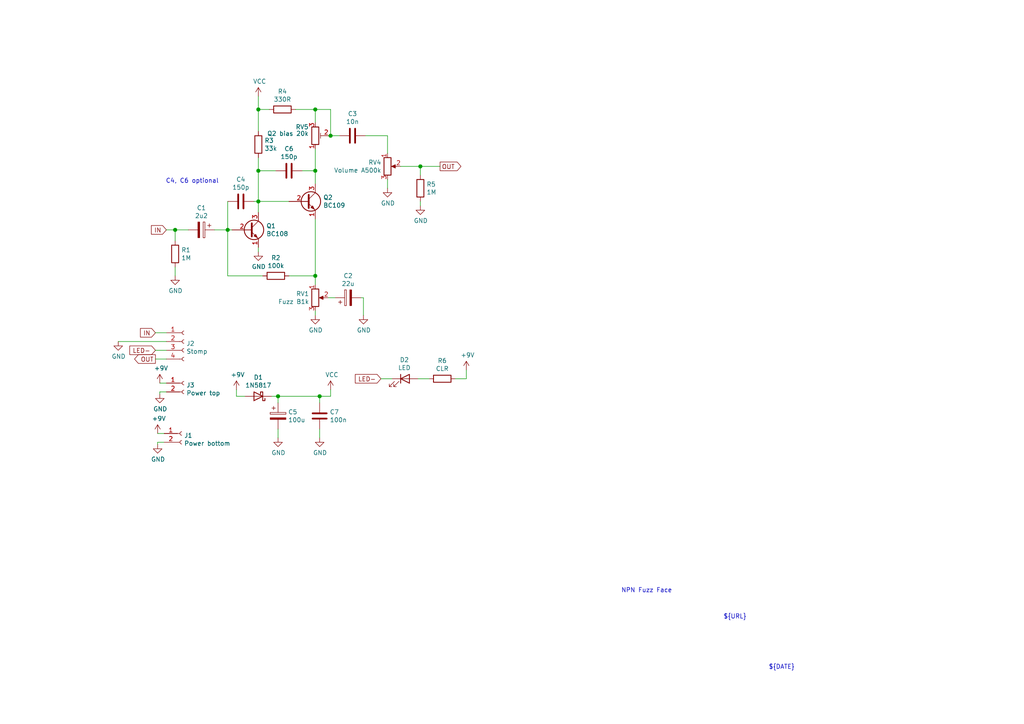
<source format=kicad_sch>
(kicad_sch (version 20200820) (host eeschema "(5.99.0-2965-g3673c2369)")
  (page 1 1)
  (paper "A4")
  (lib_symbols
    (symbol "Connector:Conn_01x02_Female" (pin_names hide)
      (property "Reference" "J" (at 0 2.54 0))
      (property "Value" "Conn_01x02_Female" (at 0 -5.08 0))
      (symbol "Conn_01x02_Female_1_1"
        (arc (start 0 -2.032) (end 0 -3.048) (radius (at 0 -2.54) (length 0.508) (angles 90.1 -90.1)) (stroke (width 0.1524)))
        (arc (start 0 0.508) (end 0 -0.508) (radius (at 0 0) (length 0.508) (angles 90.1 -90.1)) (stroke (width 0.1524)))
        (polyline (pts (xy -1.27 -2.54) (xy -0.508 -2.54)) (stroke (width 0.1524)))
        (polyline (pts (xy -1.27 0) (xy -0.508 0)) (stroke (width 0.1524)))
        (pin passive line (at -5.08 0 0) (length 3.81) (name "Pin_1") (number "1"))
        (pin passive line (at -5.08 -2.54 0) (length 3.81) (name "Pin_2") (number "2"))
      )
    )
    (symbol "Connector:Conn_01x04_Female" (pin_names hide)
      (property "Reference" "J" (at 0 5.08 0))
      (property "Value" "Conn_01x04_Female" (at 0 -7.62 0))
      (symbol "Conn_01x04_Female_1_1"
        (arc (start 0 -4.572) (end 0 -5.588) (radius (at 0 -5.08) (length 0.508) (angles 90.1 -90.1)) (stroke (width 0.1524)))
        (arc (start 0 -2.032) (end 0 -3.048) (radius (at 0 -2.54) (length 0.508) (angles 90.1 -90.1)) (stroke (width 0.1524)))
        (arc (start 0 0.508) (end 0 -0.508) (radius (at 0 0) (length 0.508) (angles 90.1 -90.1)) (stroke (width 0.1524)))
        (arc (start 0 3.048) (end 0 2.032) (radius (at 0 2.54) (length 0.508) (angles 90.1 -90.1)) (stroke (width 0.1524)))
        (polyline (pts (xy -1.27 -5.08) (xy -0.508 -5.08)) (stroke (width 0.1524)))
        (polyline (pts (xy -1.27 -2.54) (xy -0.508 -2.54)) (stroke (width 0.1524)))
        (polyline (pts (xy -1.27 0) (xy -0.508 0)) (stroke (width 0.1524)))
        (polyline (pts (xy -1.27 2.54) (xy -0.508 2.54)) (stroke (width 0.1524)))
        (pin passive line (at -5.08 2.54 0) (length 3.81) (name "Pin_1") (number "1"))
        (pin passive line (at -5.08 0 0) (length 3.81) (name "Pin_2") (number "2"))
        (pin passive line (at -5.08 -2.54 0) (length 3.81) (name "Pin_3") (number "3"))
        (pin passive line (at -5.08 -5.08 0) (length 3.81) (name "Pin_4") (number "4"))
      )
    )
    (symbol "Device:C" (pin_numbers hide) (pin_names (offset 0.254))
      (property "Reference" "C" (at 0.635 2.54 0))
      (property "Value" "C" (at 0.635 -2.54 0))
      (symbol "C_0_1"
        (polyline (pts (xy -2.032 -0.762) (xy 2.032 -0.762)) (stroke (width 0.508)))
        (polyline (pts (xy -2.032 0.762) (xy 2.032 0.762)) (stroke (width 0.508)))
      )
      (symbol "C_1_1"
        (pin passive line (at 0 3.81 270) (length 2.794) (name "~") (number "1"))
        (pin passive line (at 0 -3.81 90) (length 2.794) (name "~") (number "2"))
      )
    )
    (symbol "Device:CP" (pin_numbers hide) (pin_names (offset 0.254))
      (property "Reference" "C" (at 0.635 2.54 0))
      (property "Value" "CP" (at 0.635 -2.54 0))
      (symbol "CP_0_1"
        (rectangle (start -2.286 0.508) (end 2.286 1.016))
        (rectangle (start 2.286 -0.508) (end -2.286 -1.016) (fill (type outline)))
        (polyline (pts (xy -1.778 2.286) (xy -0.762 2.286)))
        (polyline (pts (xy -1.27 2.794) (xy -1.27 1.778)))
      )
      (symbol "CP_1_1"
        (pin passive line (at 0 3.81 270) (length 2.794) (name "~") (number "1"))
        (pin passive line (at 0 -3.81 90) (length 2.794) (name "~") (number "2"))
      )
    )
    (symbol "Device:LED" (pin_numbers hide) (pin_names hide)
      (property "Reference" "D" (at 0 2.54 0))
      (property "Value" "LED" (at 0 -2.54 0))
      (symbol "LED_0_1"
        (polyline (pts (xy -1.27 -1.27) (xy -1.27 1.27)) (stroke (width 0.254)))
        (polyline (pts (xy -1.27 0) (xy 1.27 0)))
        (polyline (pts (xy 1.27 -1.27) (xy 1.27 1.27) (xy -1.27 0) (xy 1.27 -1.27)) (stroke (width 0.254)))
        (polyline (pts (xy -3.048 -0.762) (xy -4.572 -2.286) (xy -3.81 -2.286) (xy -4.572 -2.286) (xy -4.572 -1.524)))
        (polyline (pts (xy -1.778 -0.762) (xy -3.302 -2.286) (xy -2.54 -2.286) (xy -3.302 -2.286) (xy -3.302 -1.524)))
      )
      (symbol "LED_1_1"
        (pin passive line (at -3.81 0 0) (length 2.54) (name "K") (number "1"))
        (pin passive line (at 3.81 0 180) (length 2.54) (name "A") (number "2"))
      )
    )
    (symbol "Device:R" (pin_numbers hide) (pin_names (offset 0))
      (property "Reference" "R" (at 2.032 0 90))
      (property "Value" "R" (at 0 0 90))
      (symbol "R_0_1"
        (rectangle (start -1.016 -2.54) (end 1.016 2.54) (stroke (width 0.254)))
      )
      (symbol "R_1_1"
        (pin passive line (at 0 3.81 270) (length 1.27) (name "~") (number "1"))
        (pin passive line (at 0 -3.81 90) (length 1.27) (name "~") (number "2"))
      )
    )
    (symbol "Device:R_POT" (pin_names hide)
      (property "Reference" "RV" (at -4.445 0 90))
      (property "Value" "R_POT" (at -2.54 0 90))
      (symbol "R_POT_0_1"
        (rectangle (start 1.016 2.54) (end -1.016 -2.54) (stroke (width 0.254)))
        (polyline (pts (xy 2.54 0) (xy 1.524 0)))
        (polyline (pts (xy 1.143 0) (xy 2.286 0.508) (xy 2.286 -0.508) (xy 1.143 0)) (fill (type outline)))
      )
      (symbol "R_POT_1_1"
        (pin passive line (at 0 3.81 270) (length 1.27) (name "1") (number "1"))
        (pin passive line (at 3.81 0 180) (length 1.27) (name "2") (number "2"))
        (pin passive line (at 0 -3.81 90) (length 1.27) (name "3") (number "3"))
      )
    )
    (symbol "Device:R_POT_TRIM" (pin_names hide)
      (property "Reference" "RV" (at -4.445 0 90))
      (property "Value" "R_POT_TRIM" (at -2.54 0 90))
      (symbol "R_POT_TRIM_0_1"
        (rectangle (start 1.016 2.54) (end -1.016 -2.54) (stroke (width 0.254)))
        (polyline (pts (xy 1.524 0.762) (xy 1.524 -0.762)))
        (polyline (pts (xy 2.54 0) (xy 1.524 0)))
      )
      (symbol "R_POT_TRIM_1_1"
        (pin passive line (at 0 3.81 270) (length 1.27) (name "1") (number "1"))
        (pin passive line (at 3.81 0 180) (length 1.27) (name "2") (number "2"))
        (pin passive line (at 0 -3.81 90) (length 1.27) (name "3") (number "3"))
      )
    )
    (symbol "Diode:1N5817" (pin_numbers hide) (pin_names hide)
      (property "Reference" "D" (at 0 2.54 0))
      (property "Value" "1N5817" (at 0 -2.54 0))
      (symbol "1N5817_0_1"
        (polyline (pts (xy 1.27 0) (xy -1.27 0)))
        (polyline (pts (xy 1.27 1.27) (xy 1.27 -1.27) (xy -1.27 0) (xy 1.27 1.27)) (stroke (width 0.254)))
        (polyline (pts (xy -1.905 0.635) (xy -1.905 1.27) (xy -1.27 1.27) (xy -1.27 -1.27) (xy -0.635 -1.27) (xy -0.635 -0.635)) (stroke (width 0.254)))
      )
      (symbol "1N5817_1_1"
        (pin passive line (at -3.81 0 0) (length 2.54) (name "K") (number "1"))
        (pin passive line (at 3.81 0 180) (length 2.54) (name "A") (number "2"))
      )
    )
    (symbol "Transistor_BJT:BC108" (pin_names (offset 0) hide)
      (property "Reference" "Q" (at 5.08 1.905 0))
      (property "Value" "BC108" (at 5.08 0 0))
      (symbol "BC108_0_1"
        (circle (center 1.27 0) (radius 2.8194) (stroke (width 0.254)))
        (polyline (pts (xy 0.635 0.635) (xy 2.54 2.54)))
        (polyline (pts (xy 0.635 -0.635) (xy 2.54 -2.54) (xy 2.54 -2.54)))
        (polyline (pts (xy 0.635 1.905) (xy 0.635 -1.905) (xy 0.635 -1.905)) (stroke (width 0.508)))
        (polyline (pts (xy 1.27 -1.778) (xy 1.778 -1.27) (xy 2.286 -2.286) (xy 1.27 -1.778) (xy 1.27 -1.778)) (fill (type outline)))
      )
      (symbol "BC108_1_1"
        (pin passive line (at 2.54 -5.08 90) (length 2.54) (name "E") (number "1"))
        (pin input line (at -5.08 0 0) (length 5.715) (name "B") (number "2"))
        (pin passive line (at 2.54 5.08 270) (length 2.54) (name "C") (number "3"))
      )
    )
    (symbol "Transistor_BJT:BC109" (pin_names (offset 0) hide)
      (property "Reference" "Q" (at 5.08 1.905 0))
      (property "Value" "BC109" (at 5.08 0 0))
      (symbol "BC109_0_1"
        (circle (center 1.27 0) (radius 2.8194) (stroke (width 0.254)))
        (polyline (pts (xy 0.635 0.635) (xy 2.54 2.54)))
        (polyline (pts (xy 0.635 -0.635) (xy 2.54 -2.54) (xy 2.54 -2.54)))
        (polyline (pts (xy 0.635 1.905) (xy 0.635 -1.905) (xy 0.635 -1.905)) (stroke (width 0.508)))
        (polyline (pts (xy 1.27 -1.778) (xy 1.778 -1.27) (xy 2.286 -2.286) (xy 1.27 -1.778) (xy 1.27 -1.778)) (fill (type outline)))
      )
      (symbol "BC109_1_1"
        (pin passive line (at 2.54 -5.08 90) (length 2.54) (name "E") (number "1"))
        (pin input line (at -5.08 0 0) (length 5.715) (name "B") (number "2"))
        (pin passive line (at 2.54 5.08 270) (length 2.54) (name "C") (number "3"))
      )
    )
    (symbol "power:+9V" (power) (pin_names (offset 0))
      (property "Value" "+9V" (at 0 3.556 0))
      (symbol "+9V_0_1"
        (polyline (pts (xy -0.762 1.27) (xy 0 2.54)))
        (polyline (pts (xy 0 0) (xy 0 2.54)))
        (polyline (pts (xy 0 2.54) (xy 0.762 1.27)))
      )
      (symbol "+9V_1_1"
        (pin power_in line (at 0 0 90) (length 0) hide (name "+9V") (number "1"))
      )
    )
    (symbol "power:GND" (power) (pin_names (offset 0))
      (property "Value" "GND" (at 0 -3.81 0))
      (symbol "GND_0_1"
        (polyline (pts (xy 0 0) (xy 0 -1.27) (xy 1.27 -1.27) (xy 0 -2.54) (xy -1.27 -1.27) (xy 0 -1.27)))
      )
      (symbol "GND_1_1"
        (pin power_in line (at 0 0 270) (length 0) hide (name "GND") (number "1"))
      )
    )
    (symbol "power:VCC" (power) (pin_names (offset 0))
      (property "Value" "VCC" (at 0 3.81 0))
      (symbol "VCC_0_1"
        (polyline (pts (xy -0.762 1.27) (xy 0 2.54)))
        (polyline (pts (xy 0 0) (xy 0 2.54)))
        (polyline (pts (xy 0 2.54) (xy 0.762 1.27)))
      )
      (symbol "VCC_1_1"
        (pin power_in line (at 0 0 90) (length 0) hide (name "VCC") (number "1"))
      )
    )
  )
  (junction (at 50.8 66.675) (diameter 1.016))
  (junction (at 66.04 66.675) (diameter 1.016))
  (junction (at 74.93 31.75) (diameter 1.016))
  (junction (at 74.93 49.53) (diameter 1.016))
  (junction (at 74.93 58.42) (diameter 1.016))
  (junction (at 80.645 114.935) (diameter 1.016))
  (junction (at 91.44 31.75) (diameter 1.016))
  (junction (at 91.44 49.53) (diameter 1.016))
  (junction (at 91.44 80.01) (diameter 1.016))
  (junction (at 92.71 114.935) (diameter 1.016))
  (junction (at 95.885 39.37) (diameter 1.016))
  (junction (at 121.92 48.26) (diameter 1.016))
  (wire (pts (xy 34.29 99.06) (xy 48.26 99.06)))
  (wire (pts (xy 45.085 96.52) (xy 48.26 96.52)))
  (wire (pts (xy 45.085 101.6) (xy 48.26 101.6)))
  (wire (pts (xy 45.085 104.14) (xy 48.26 104.14)))
  (wire (pts (xy 45.72 125.73) (xy 47.625 125.73)))
  (wire (pts (xy 45.72 128.27) (xy 47.625 128.27)))
  (wire (pts (xy 45.72 128.905) (xy 45.72 128.27)))
  (wire (pts (xy 46.355 111.125) (xy 48.26 111.125)))
  (wire (pts (xy 46.355 113.665) (xy 48.26 113.665)))
  (wire (pts (xy 46.355 114.3) (xy 46.355 113.665)))
  (wire (pts (xy 48.26 66.675) (xy 50.8 66.675)))
  (wire (pts (xy 50.8 66.675) (xy 50.8 69.85)))
  (wire (pts (xy 50.8 66.675) (xy 54.61 66.675)))
  (wire (pts (xy 50.8 77.47) (xy 50.8 80.01)))
  (wire (pts (xy 62.23 66.675) (xy 66.04 66.675)))
  (wire (pts (xy 66.04 58.42) (xy 66.04 66.675)))
  (wire (pts (xy 66.04 66.675) (xy 67.31 66.675)))
  (wire (pts (xy 66.04 80.01) (xy 66.04 66.675)))
  (wire (pts (xy 68.58 114.935) (xy 68.58 113.03)))
  (wire (pts (xy 71.12 114.935) (xy 68.58 114.935)))
  (wire (pts (xy 73.66 58.42) (xy 74.93 58.42)))
  (wire (pts (xy 74.93 27.94) (xy 74.93 31.75)))
  (wire (pts (xy 74.93 31.75) (xy 74.93 38.1)))
  (wire (pts (xy 74.93 31.75) (xy 78.105 31.75)))
  (wire (pts (xy 74.93 45.72) (xy 74.93 49.53)))
  (wire (pts (xy 74.93 49.53) (xy 74.93 58.42)))
  (wire (pts (xy 74.93 49.53) (xy 80.01 49.53)))
  (wire (pts (xy 74.93 58.42) (xy 74.93 61.595)))
  (wire (pts (xy 74.93 58.42) (xy 83.82 58.42)))
  (wire (pts (xy 74.93 71.755) (xy 74.93 73.025)))
  (wire (pts (xy 76.2 80.01) (xy 66.04 80.01)))
  (wire (pts (xy 80.645 114.935) (xy 78.74 114.935)))
  (wire (pts (xy 80.645 116.84) (xy 80.645 114.935)))
  (wire (pts (xy 80.645 124.46) (xy 80.645 127)))
  (wire (pts (xy 83.82 80.01) (xy 91.44 80.01)))
  (wire (pts (xy 85.725 31.75) (xy 91.44 31.75)))
  (wire (pts (xy 87.63 49.53) (xy 91.44 49.53)))
  (wire (pts (xy 91.44 31.75) (xy 91.44 35.56)))
  (wire (pts (xy 91.44 43.18) (xy 91.44 49.53)))
  (wire (pts (xy 91.44 49.53) (xy 91.44 53.34)))
  (wire (pts (xy 91.44 80.01) (xy 91.44 63.5)))
  (wire (pts (xy 91.44 80.01) (xy 91.44 82.55)))
  (wire (pts (xy 91.44 90.17) (xy 91.44 91.44)))
  (wire (pts (xy 92.71 114.935) (xy 80.645 114.935)))
  (wire (pts (xy 92.71 116.84) (xy 92.71 114.935)))
  (wire (pts (xy 92.71 124.46) (xy 92.71 127)))
  (wire (pts (xy 95.25 39.37) (xy 95.885 39.37)))
  (wire (pts (xy 95.25 86.36) (xy 97.155 86.36)))
  (wire (pts (xy 95.885 31.75) (xy 91.44 31.75)))
  (wire (pts (xy 95.885 39.37) (xy 95.885 31.75)))
  (wire (pts (xy 95.885 39.37) (xy 98.425 39.37)))
  (wire (pts (xy 95.885 113.03) (xy 95.885 114.935)))
  (wire (pts (xy 95.885 114.935) (xy 92.71 114.935)))
  (wire (pts (xy 105.41 86.36) (xy 104.775 86.36)))
  (wire (pts (xy 105.41 86.36) (xy 105.41 91.44)))
  (wire (pts (xy 106.045 39.37) (xy 112.395 39.37)))
  (wire (pts (xy 110.49 109.855) (xy 113.665 109.855)))
  (wire (pts (xy 112.395 39.37) (xy 112.395 44.45)))
  (wire (pts (xy 112.395 52.07) (xy 112.395 54.61)))
  (wire (pts (xy 116.205 48.26) (xy 121.92 48.26)))
  (wire (pts (xy 121.285 109.855) (xy 124.46 109.855)))
  (wire (pts (xy 121.92 48.26) (xy 121.92 50.8)))
  (wire (pts (xy 121.92 48.26) (xy 127.635 48.26)))
  (wire (pts (xy 121.92 58.42) (xy 121.92 59.69)))
  (wire (pts (xy 135.255 107.315) (xy 135.255 109.855)))
  (wire (pts (xy 135.255 109.855) (xy 132.08 109.855)))
  (text "C4, C6 optional" (at 63.5 53.34 180) (effects (font (size 1.27 1.27)) (justify right bottom)))
  (text "NPN Fuzz Face" (at 194.945 172.085 180) (effects (font (size 1.27 1.27)) (justify right bottom)))
  (text "${TITLE}" (at 215.9 191.77 0) (effects (font (size 2 2)) (justify left bottom)))
  (text "${URL}\n" (at 216.535 179.705 180) (effects (font (size 1.27 1.27)) (justify right bottom)))
  (text "${DATE}" (at 230.505 194.31 180) (effects (font (size 1.27 1.27)) (justify right bottom)))
  (text "${REVISION}" (at 275.59 194.31 180) (effects (font (size 1.27 1.27)) (justify right bottom)))
  (global_label "IN" (shape input) (at 45.085 96.52 180))
  (global_label "LED-" (shape input) (at 45.085 101.6 180))
  (global_label "OUT" (shape output) (at 45.085 104.14 180))
  (global_label "IN" (shape input) (at 48.26 66.675 180))
  (global_label "LED-" (shape input) (at 110.49 109.855 180))
  (global_label "OUT" (shape output) (at 127.635 48.26 0))
  (symbol (lib_id "power:+9V") (at 45.72 125.73 0) (unit 1)
    (property "Reference" "#PWR02" (effects hide))
    (property "Value" "+9V" (at 46.0883 121.4056 0))
  )
  (symbol (lib_id "power:+9V") (at 46.355 111.125 0) (unit 1)
    (property "Reference" "#PWR04" (effects hide))
    (property "Value" "+9V" (at 46.7233 106.8006 0))
  )
  (symbol (lib_id "power:+9V") (at 68.58 113.03 0) (unit 1)
    (property "Reference" "#PWR07" (effects hide))
    (property "Value" "+9V" (at 68.9483 108.7056 0))
  )
  (symbol (lib_id "power:VCC") (at 74.93 27.94 0) (unit 1)
    (property "Reference" "#PWR08" (effects hide))
    (property "Value" "VCC" (at 75.2983 23.6156 0))
  )
  (symbol (lib_id "power:VCC") (at 95.885 113.03 0) (unit 1)
    (property "Reference" "#PWR013" (effects hide))
    (property "Value" "VCC" (at 96.2533 108.7056 0))
  )
  (symbol (lib_id "power:+9V") (at 135.255 107.315 0) (unit 1)
    (property "Reference" "#PWR016" (effects hide))
    (property "Value" "+9V" (at 135.6233 102.9906 0))
  )
  (symbol (lib_id "power:GND") (at 34.29 99.06 0) (unit 1)
    (property "Reference" "#PWR01" (effects hide))
    (property "Value" "GND" (at 34.4043 103.3844 0))
  )
  (symbol (lib_id "power:GND") (at 45.72 128.905 0) (unit 1)
    (property "Reference" "#PWR03" (effects hide))
    (property "Value" "GND" (at 45.8343 133.2294 0))
  )
  (symbol (lib_id "power:GND") (at 46.355 114.3 0) (unit 1)
    (property "Reference" "#PWR05" (effects hide))
    (property "Value" "GND" (at 46.4693 118.6244 0))
  )
  (symbol (lib_id "power:GND") (at 50.8 80.01 0) (unit 1)
    (property "Reference" "#PWR06" (effects hide))
    (property "Value" "GND" (at 50.9143 84.3344 0))
  )
  (symbol (lib_id "power:GND") (at 74.93 73.025 0) (unit 1)
    (property "Reference" "#PWR09" (effects hide))
    (property "Value" "GND" (at 75.0443 77.3494 0))
  )
  (symbol (lib_id "power:GND") (at 80.645 127 0) (unit 1)
    (property "Reference" "#PWR010" (effects hide))
    (property "Value" "GND" (at 80.7593 131.3244 0))
  )
  (symbol (lib_id "power:GND") (at 91.44 91.44 0) (unit 1)
    (property "Reference" "#PWR011" (effects hide))
    (property "Value" "GND" (at 91.5543 95.7644 0))
  )
  (symbol (lib_id "power:GND") (at 92.71 127 0) (unit 1)
    (property "Reference" "#PWR012" (effects hide))
    (property "Value" "GND" (at 92.8243 131.3244 0))
  )
  (symbol (lib_id "power:GND") (at 105.41 91.44 0) (unit 1)
    (property "Reference" "#PWR014" (effects hide))
    (property "Value" "GND" (at 105.5243 95.7644 0))
  )
  (symbol (lib_id "power:GND") (at 112.395 54.61 0) (unit 1)
    (property "Reference" "#PWR015" (effects hide))
    (property "Value" "GND" (at 112.5093 58.9344 0))
  )
  (symbol (lib_id "power:GND") (at 121.92 59.69 0) (unit 1)
    (property "Reference" "#PWR017" (effects hide))
    (property "Value" "GND" (at 122.0343 64.0144 0))
  )
  (symbol (lib_id "Device:R") (at 50.8 73.66 0) (unit 1)
    (property "Reference" "R1" (at 52.5781 72.5106 0) (effects (justify left)))
    (property "Value" "1M" (at 52.5781 74.8093 0) (effects (justify left)))
    (property "Footprint" "rockola_kicad_footprints:R_DIN0207" (effects hide))
  )
  (symbol (lib_id "Device:R") (at 74.93 41.91 0) (unit 1)
    (property "Reference" "R3" (at 76.7081 40.7606 0) (effects (justify left)))
    (property "Value" "33k" (at 76.7081 43.0593 0) (effects (justify left)))
    (property "Footprint" "rockola_kicad_footprints:R_DIN0207" (effects hide))
  )
  (symbol (lib_id "Device:R") (at 80.01 80.01 90) (unit 1)
    (property "Reference" "R2" (at 80.01 74.7838 90))
    (property "Value" "100k" (at 80.01 77.0825 90))
    (property "Footprint" "rockola_kicad_footprints:R_DIN0207" (effects hide))
  )
  (symbol (lib_id "Device:R") (at 81.915 31.75 90) (unit 1)
    (property "Reference" "R4" (at 81.915 26.5238 90))
    (property "Value" "330R" (at 81.915 28.8225 90))
    (property "Footprint" "rockola_kicad_footprints:R_DIN0207" (effects hide))
  )
  (symbol (lib_id "Device:R") (at 121.92 54.61 0) (unit 1)
    (property "Reference" "R5" (at 123.6981 53.4606 0) (effects (justify left)))
    (property "Value" "1M" (at 123.698 55.759 0) (effects (justify left)))
    (property "Footprint" "rockola_kicad_footprints:R_DIN0207" (effects hide))
  )
  (symbol (lib_id "Device:R") (at 128.27 109.855 90) (unit 1)
    (property "Reference" "R6" (at 128.27 104.6288 90))
    (property "Value" "CLR" (at 128.27 106.9275 90))
    (property "Footprint" "rockola_kicad_footprints:R_DIN0207" (effects hide))
  )
  (symbol (lib_id "Diode:1N5817") (at 74.93 114.935 180) (unit 1)
    (property "Reference" "D1" (at 74.93 109.4548 0))
    (property "Value" "1N5817" (at 74.93 111.7535 0))
    (property "Footprint" "Diode_THT:D_DO-41_SOD81_P10.16mm_Horizontal" (effects hide))
    (property "Datasheet" "http://www.vishay.com/docs/88525/1n5817.pdf" (effects hide))
  )
  (symbol (lib_id "Connector:Conn_01x02_Female") (at 52.705 125.73 0) (unit 1)
    (property "Reference" "J1" (at 53.4163 126.3078 0) (effects (justify left)))
    (property "Value" "Power bottom" (at 53.416 128.607 0) (effects (justify left)))
    (property "Footprint" "rockola_kicad_footprints:Power_Header_2pin" (effects hide))
  )
  (symbol (lib_id "Connector:Conn_01x02_Female") (at 53.34 111.125 0) (unit 1)
    (property "Reference" "J3" (at 54.0513 111.7028 0) (effects (justify left)))
    (property "Value" "Power top" (at 54.051 114.002 0) (effects (justify left)))
    (property "Footprint" "rockola_kicad_footprints:Power_Header_2pin_TOP" (effects hide))
  )
  (symbol (lib_id "Device:LED") (at 117.475 109.855 0) (unit 1)
    (property "Reference" "D2" (at 117.2845 104.3748 0))
    (property "Value" "LED" (at 117.2845 106.6735 0))
    (property "Footprint" "rockola_kicad_footprints:LED.3mm" (effects hide))
  )
  (symbol (lib_id "Device:CP") (at 58.42 66.675 270) (unit 1)
    (property "Reference" "C1" (at 58.42 60.3058 90))
    (property "Value" "2u2" (at 58.42 62.6045 90))
    (property "Footprint" "rockola_kicad_footprints:CP_D5.0_P2.50" (effects hide))
  )
  (symbol (lib_id "Device:C") (at 69.85 58.42 90) (unit 1)
    (property "Reference" "C4" (at 69.85 52.0508 90))
    (property "Value" "150p" (at 69.85 54.3495 90))
    (property "Footprint" "rockola_kicad_footprints:C_Box_7.2_2.5" (effects hide))
  )
  (symbol (lib_id "Device:CP") (at 80.645 120.65 0) (unit 1)
    (property "Reference" "C5" (at 83.5661 119.5006 0) (effects (justify left)))
    (property "Value" "100u" (at 83.5661 121.7993 0) (effects (justify left)))
    (property "Footprint" "rockola_kicad_footprints:CP_D5.0_P2.50" (effects hide))
  )
  (symbol (lib_id "Device:C") (at 83.82 49.53 90) (unit 1)
    (property "Reference" "C6" (at 83.82 43.1608 90))
    (property "Value" "150p" (at 83.82 45.4595 90))
    (property "Footprint" "rockola_kicad_footprints:C_Box_7.2_2.5" (effects hide))
  )
  (symbol (lib_id "Device:C") (at 92.71 120.65 0) (unit 1)
    (property "Reference" "C7" (at 95.6311 119.5006 0) (effects (justify left)))
    (property "Value" "100n" (at 95.6311 121.7993 0) (effects (justify left)))
    (property "Footprint" "rockola_kicad_footprints:C_Box_7.2_2.5" (effects hide))
  )
  (symbol (lib_id "Device:CP") (at 100.965 86.36 90) (unit 1)
    (property "Reference" "C2" (at 100.965 79.9908 90))
    (property "Value" "22u" (at 100.965 82.2895 90))
    (property "Footprint" "rockola_kicad_footprints:CP_D5.0_P2.50" (effects hide))
  )
  (symbol (lib_id "Device:C") (at 102.235 39.37 90) (unit 1)
    (property "Reference" "C3" (at 102.235 33.0008 90))
    (property "Value" "10n" (at 102.235 35.2995 90))
    (property "Footprint" "rockola_kicad_footprints:C_Box_7.2_2.5" (effects hide))
  )
  (symbol (lib_id "Device:R_POT_TRIM") (at 91.44 39.37 0) (mirror x) (unit 1)
    (property "Reference" "RV5" (at 89.535 36.83 0) (effects (justify right)))
    (property "Value" "Q2 bias 20k" (at 89.535 38.735 0) (effects (justify right)))
    (property "Footprint" "potentiometers:TRIM1" (effects hide))
  )
  (symbol (lib_id "Device:R_POT") (at 91.44 86.36 0) (unit 1)
    (property "Reference" "RV1" (at 89.662 85.211 0) (effects (justify right)))
    (property "Value" "Fuzz B1k" (at 89.662 87.509 0) (effects (justify right)))
    (property "Footprint" "rockola_kicad_footprints:9mm metal shaft" (effects hide))
  )
  (symbol (lib_id "Device:R_POT") (at 112.395 48.26 0) (unit 1)
    (property "Reference" "RV4" (at 110.617 47.1106 0) (effects (justify right)))
    (property "Value" "Volume A500k" (at 110.617 49.4093 0) (effects (justify right)))
    (property "Footprint" "rockola_kicad_footprints:9mm metal shaft" (effects hide))
  )
  (symbol (lib_id "Connector:Conn_01x04_Female") (at 53.34 99.06 0) (unit 1)
    (property "Reference" "J2" (at 54.0513 99.6378 0) (effects (justify left)))
    (property "Value" "Stomp" (at 54.0513 101.9365 0) (effects (justify left)))
    (property "Footprint" "rockola_kicad_footprints:Stomp_4pin" (effects hide))
  )
  (symbol (lib_id "Transistor_BJT:BC108") (at 72.39 66.675 0) (unit 1)
    (property "Reference" "Q1" (at 77.242 65.526 0) (effects (justify left)))
    (property "Value" "BC108" (at 77.2415 67.8243 0) (effects (justify left)))
    (property "Footprint" "rockola_kicad_footprints:TO92_EBCE" (effects hide))
    (property "Datasheet" "http://www.b-kainka.de/Daten/Transistor/BC108.pdf" (effects hide))
  )
  (symbol (lib_id "Transistor_BJT:BC109") (at 88.9 58.42 0) (unit 1)
    (property "Reference" "Q2" (at 93.751 57.271 0) (effects (justify left)))
    (property "Value" "BC109" (at 93.7515 59.5693 0) (effects (justify left)))
    (property "Footprint" "rockola_kicad_footprints:TO92_EBCE" (effects hide))
    (property "Datasheet" "http://www.farnell.com/datasheets/296634.pdf" (effects hide))
  )
)
</source>
